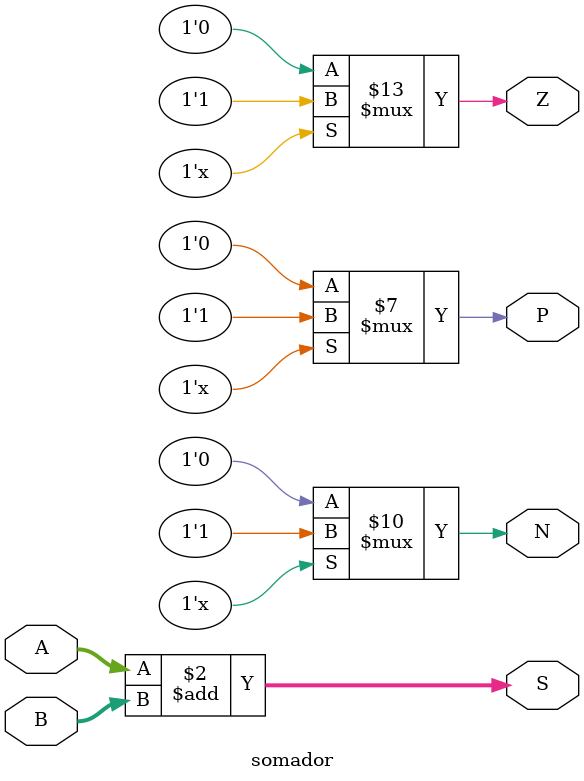
<source format=sv>
/*
 * LOAC 2022.2
 * Roteiro 01 - Problema 02: Somador de 8 bits
 * (c) Alexandre B. Corlet, 119210883
 */

parameter NUM_BITS = 8;

module somador(
  input signed [NUM_BITS-1:0] A, B,
  output signed [NUM_BITS-1:0] S,
  output logic Z, N, P
  );
  always_comb begin
    // Compute sum of A and B and store it on S
    S <= A + B;
    // Check if S == 0, if S == 0, then Z := 1, otherwise set Z := 0
    if (S == 0)
      Z <= 1;
    else
      Z <= 0;
    // Check if S < 0. If S < 0, then N := 1, otherwise N := 0
    if (S < 0)
      N <= 1;
    else
      N <= 0;
    // Check if S is even or odd. If S is even, then P := 1, otherwise P := 0
    if (S[0] == 0)
      P <= 1;
    else
      P <= 0;
  end
endmodule

</source>
